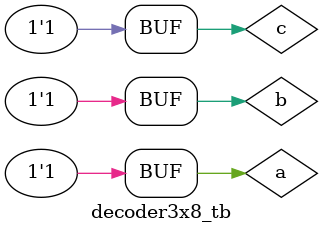
<source format=v>
module decoder3x8_tb();
  reg a, b, c;
  wire[7:0] out;
  decoder3x8 uut(.a(a), .b(b), .c(c), .out(out));
  initial begin
    a = 0; b = 0; c = 0;
    #10;
    a = 0; b = 0; c = 1;
    #10;
    a = 0; b = 1; c = 0;
    #10;
    a = 0; b = 1; c = 1;
    #10;
    a = 1; b = 0; c = 0;
    #10;
    a = 1; b = 0; c = 1;
    #10;
    a = 1; b = 1; c = 0;
    #10;
    a = 1; b = 1; c = 1;
    #10;
  end
  initial begin
    $dumpfile("dump.vcd");
    $dumpvars;
  end 
endmodule

</source>
